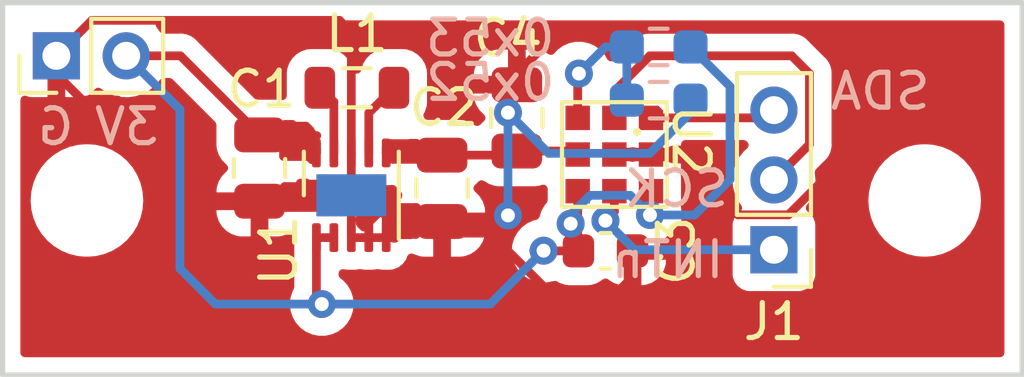
<source format=kicad_pcb>
(kicad_pcb (version 20211014) (generator pcbnew)
  (layers (0 "F.Cu" signal) (31 "B.Cu" signal) (34 "B.Paste" user) (35 "F.Paste" user) (36 "B.SilkS" user "B.Silkscreen") (37 "F.SilkS" user "F.Silkscreen") (38 "B.Mask" user) (39 "F.Mask" user) (44 "Edge.Cuts" user))
  (net 0 "")
  (net 1 "+3.3V")
  (net 2 "GND")
  (net 3 "+1V8")
  (net 4 "INTn")
  (net 5 "SCK")
  (net 6 "SDA")
  (net 7 "Net-(L1-Pad1)")
  (net 8 "Net-(L1-Pad2)")
  (net 9 "Net-(R1/0x53-Pad1)")
  (footprint "MountingHole:MountingHole_2.2mm_M2" (layer "F.Cu") (at 124.336 94.568)
    (fp_text reference "H1" hide)
    (fp_text value "MountingHole" hide)
    (pad "" np_thru_hole circle (at 0 0) (size 2.2 2.2) (drill 2.2) (layers *.Cu *.Mask))
  )
  (footprint "Connector_PinHeader_2.00mm:PinHeader_1x02_P2.00mm_Vertical" (layer "F.Cu") (at 123.46 90.424 90)
    (fp_text reference "J2" hide)
    (fp_text value "Power" hide)
    (fp_line (start 1.06 1) (end 1.06 3.06) (layer "F.SilkS") (width 0.12))
    (fp_line (start -1.06 0) (end -1.06 -1.06) (layer "F.SilkS") (width 0.12))
    (fp_line (start -1.06 -1.06) (end 0 -1.06) (layer "F.SilkS") (width 0.12))
    (fp_line (start -1.06 1) (end 1.06 1) (layer "F.SilkS") (width 0.12))
    (fp_line (start -1.06 1) (end -1.06 3.06) (layer "F.SilkS") (width 0.12))
    (fp_line (start -1.06 3.06) (end 1.06 3.06) (layer "F.SilkS") (width 0.12))
    (pad "1" thru_hole rect (at 0 0 90) (size 1.35 1.35) (drill 0.8) (layers *.Cu *.Mask) (net 2 "GND"))
    (pad "2" thru_hole oval (at 0 2 90) (size 1.35 1.35) (drill 0.8) (layers *.Cu *.Mask) (net 1 "+3.3V"))
  )
  (footprint "Package_SON:WSON-10-1EP_2.5x2.5mm_P0.5mm_EP1.2x2mm_ThermalVias" (layer "F.Cu") (at 131.91 94.42 90)
    (fp_text reference "U1" (at -1.58 -2.08 90) (layer "F.SilkS"))
    (fp_text value "TPS63900" hide)
    (fp_line (start 0 -1.36) (end 1.25 -1.36) (layer "F.SilkS") (width 0.12))
    (fp_line (start -1.25 1.36) (end 1.25 1.36) (layer "F.SilkS") (width 0.12))
    (pad "1" smd roundrect (at -1.2125 -1 90) (size 0.825 0.25) (layers "F.Cu" "F.Paste" "F.Mask") (net 1 "+3.3V"))
    (pad "2" smd roundrect (at -1.2125 -0.5 90) (size 0.825 0.25) (layers "F.Cu" "F.Paste" "F.Mask") (net 1 "+3.3V"))
    (pad "3" smd roundrect (at -1.2125 0 90) (size 0.825 0.25) (layers "F.Cu" "F.Paste" "F.Mask") (net 2 "GND"))
    (pad "4" smd roundrect (at -1.2125 0.5 90) (size 0.825 0.25) (layers "F.Cu" "F.Paste" "F.Mask") (net 2 "GND"))
    (pad "5" smd roundrect (at -1.2125 1 90) (size 0.825 0.25) (layers "F.Cu" "F.Paste" "F.Mask") (net 2 "GND"))
    (pad "6" smd roundrect (at 1.2125 1 90) (size 0.825 0.25) (layers "F.Cu" "F.Paste" "F.Mask") (net 3 "+1V8"))
    (pad "7" smd roundrect (at 1.2125 0.5 90) (size 0.825 0.25) (layers "F.Cu" "F.Paste" "F.Mask") (net 8 "Net-(L1-Pad2)"))
    (pad "8" smd roundrect (at 1.2125 0 90) (size 0.825 0.25) (layers "F.Cu" "F.Paste" "F.Mask") (net 2 "GND"))
    (pad "9" smd roundrect (at 1.2125 -0.5 90) (size 0.825 0.25) (layers "F.Cu" "F.Paste" "F.Mask") (net 7 "Net-(L1-Pad1)"))
    (pad "10" smd roundrect (at 1.2125 -1 90) (size 0.825 0.25) (layers "F.Cu" "F.Paste" "F.Mask") (net 1 "+3.3V"))
    (pad "11" smd circle (at 0.35 0 90) (size 0.5 0.5) (layers "F.Cu" "F.Paste" "F.Mask") (net 2 "GND"))
    (pad "11" smd circle (at 0.35 0.75 90) (size 0.5 0.5) (layers "F.Cu" "F.Paste" "F.Mask") (net 2 "GND"))
    (pad "11" smd rect (at 0 0 90) (size 1.2 2) (layers "F.Cu" "F.Mask") (net 2 "GND"))
    (pad "11" smd rect (at 0 0 90) (size 1.2 2) (layers "B.Cu") (net 2 "GND"))
    (pad "11" smd circle (at 0.35 -0.75 90) (size 0.5 0.5) (layers "F.Cu" "F.Paste" "F.Mask") (net 2 "GND"))
    (pad "11" smd circle (at -0.35 0.75 90) (size 0.5 0.5) (layers "F.Cu" "F.Paste" "F.Mask") (net 2 "GND"))
    (pad "11" smd circle (at -0.35 0 90) (size 0.5 0.5) (layers "F.Cu" "F.Paste" "F.Mask") (net 2 "GND"))
    (pad "11" smd circle (at -0.35 -0.75 90) (size 0.5 0.5) (layers "F.Cu" "F.Paste" "F.Mask") (net 2 "GND"))
  )
  (footprint "Capacitor_SMD:C_0603_1608Metric" (layer "F.Cu") (at 139.192 96.012)
    (fp_text reference "C3" (at 2.032 0 90) (layer "F.SilkS"))
    (fp_text value "100nF" hide)
    (fp_line (start -0.14058 0.51) (end 0.14058 0.51) (layer "F.SilkS") (width 0.12))
    (fp_line (start -0.14058 -0.51) (end 0.14058 -0.51) (layer "F.SilkS") (width 0.12))
    (pad "1" smd roundrect (at -0.775 0) (size 0.9 0.95) (layers "F.Cu" "F.Paste" "F.Mask") (net 1 "+3.3V"))
    (pad "2" smd roundrect (at 0.775 0) (size 0.9 0.95) (layers "F.Cu" "F.Paste" "F.Mask") (net 2 "GND"))
  )
  (footprint "Connector_PinHeader_2.00mm:PinHeader_1x03_P2.00mm_Vertical" (layer "F.Cu") (at 144.018 95.98 180)
    (fp_text reference "J1" (at 0 -2.06) (layer "F.SilkS"))
    (fp_text value "Data")
    (fp_line (start -1.06 1) (end -1.06 5.06) (layer "F.SilkS") (width 0.12))
    (fp_line (start -1.06 5.06) (end 1.06 5.06) (layer "F.SilkS") (width 0.12))
    (fp_line (start -1.06 0) (end -1.06 -1.06) (layer "F.SilkS") (width 0.12))
    (fp_line (start 1.06 1) (end 1.06 5.06) (layer "F.SilkS") (width 0.12))
    (fp_line (start -1.06 1) (end 1.06 1) (layer "F.SilkS") (width 0.12))
    (fp_line (start -1.06 -1.06) (end 0 -1.06) (layer "F.SilkS") (width 0.12))
    (pad "1" thru_hole rect (at 0 0 180) (size 1.35 1.35) (drill 0.8) (layers *.Cu *.Mask) (net 4 "INTn"))
    (pad "2" thru_hole oval (at 0 2 180) (size 1.35 1.35) (drill 0.8) (layers *.Cu *.Mask) (net 5 "SCK"))
    (pad "3" thru_hole oval (at 0 4 180) (size 1.35 1.35) (drill 0.8) (layers *.Cu *.Mask) (net 6 "SDA"))
  )
  (footprint "MountingHole:MountingHole_2.2mm_M2" (layer "F.Cu") (at 148.336 94.568)
    (fp_text reference "H2" hide)
    (fp_text value "MountingHole" hide)
    (pad "" np_thru_hole circle (at 0 0) (size 2.2 2.2) (drill 2.2) (layers *.Cu *.Mask))
  )
  (footprint "Capacitor_SMD:C_0805_2012Metric" (layer "F.Cu") (at 134.51 94.22 -90)
    (fp_text reference "C2" (at -2.31 -0.05 180) (layer "F.SilkS"))
    (fp_text value "22µF" hide)
    (fp_line (start -0.261252 -0.735) (end 0.261252 -0.735) (layer "F.SilkS") (width 0.12))
    (fp_line (start -0.261252 0.735) (end 0.261252 0.735) (layer "F.SilkS") (width 0.12))
    (pad "1" smd roundrect (at -0.95 0 270) (size 1 1.45) (layers "F.Cu" "F.Paste" "F.Mask") (net 3 "+1V8"))
    (pad "2" smd roundrect (at 0.95 0 270) (size 1 1.45) (layers "F.Cu" "F.Paste" "F.Mask") (net 2 "GND"))
  )
  (footprint "Capacitor_SMD:C_0805_2012Metric" (layer "F.Cu") (at 129.28 93.64 -90)
    (fp_text reference "C1" (at -2.26 -0.06 180) (layer "F.SilkS"))
    (fp_text value "10µF" hide)
    (fp_line (start -0.261252 0.735) (end 0.261252 0.735) (layer "F.SilkS") (width 0.12))
    (fp_line (start -0.261252 -0.735) (end 0.261252 -0.735) (layer "F.SilkS") (width 0.12))
    (pad "1" smd roundrect (at -0.95 0 270) (size 1 1.45) (layers "F.Cu" "F.Paste" "F.Mask") (net 1 "+3.3V"))
    (pad "2" smd roundrect (at 0.95 0 270) (size 1 1.45) (layers "F.Cu" "F.Paste" "F.Mask") (net 2 "GND"))
  )
  (footprint "Inductor_SMD:L_0805_2012Metric" (layer "F.Cu") (at 132.07 91.34)
    (fp_text reference "L1" (at 0 -1.55) (layer "F.SilkS"))
    (fp_text value "2.2µH" hide)
    (fp_line (start -0.399622 -0.56) (end 0.399622 -0.56) (layer "F.SilkS") (width 0.12))
    (fp_line (start -0.399622 0.56) (end 0.399622 0.56) (layer "F.SilkS") (width 0.12))
    (pad "1" smd roundrect (at -1.0625 0) (size 0.875 1.2) (layers "F.Cu" "F.Paste" "F.Mask") (net 7 "Net-(L1-Pad1)"))
    (pad "2" smd roundrect (at 1.0625 0) (size 0.875 1.2) (layers "F.Cu" "F.Paste" "F.Mask") (net 8 "Net-(L1-Pad2)"))
  )
  (footprint "Capacitor_SMD:C_0805_2012Metric" (layer "F.Cu") (at 136.652 92.202 90)
    (fp_text reference "C4" (at 2.286 -0.254) (layer "F.SilkS"))
    (fp_text value "10µF" hide)
    (fp_line (start -0.261252 0.735) (end 0.261252 0.735) (layer "F.SilkS") (width 0.12))
    (fp_line (start -0.261252 -0.735) (end 0.261252 -0.735) (layer "F.SilkS") (width 0.12))
    (pad "1" smd roundrect (at -0.95 0 90) (size 1 1.45) (layers "F.Cu" "F.Paste" "F.Mask") (net 3 "+1V8"))
    (pad "2" smd roundrect (at 0.95 0 90) (size 1 1.45) (layers "F.Cu" "F.Paste" "F.Mask") (net 2 "GND"))
  )
  (footprint "ENS160:ENS160" (layer "F.Cu") (at 139.446 93.252 -90)
    (fp_text reference "U2" (at -0.4 -2.2 -90 unlocked) (layer "F.SilkS"))
    (fp_text value "ENS160" hide)
    (fp_rect (start -1.5 -1.5) (end 1.5 1.5) (layer "F.SilkS") (width 0.12) (fill none))
    (fp_circle (center -0.65 -0.65) (end -0.65 -0.65) (layer "F.SilkS") (width 0.12) (fill none))
    (pad "1" smd roundrect (at -1.05 -1.05 270) (size 0.7 0.7) (layers "F.Cu" "F.Paste" "F.Mask") (roundrect_rratio 0) (chamfer_ratio 0.2) (chamfer top_left) (net 6 "SDA"))
    (pad "2" smd rect (at -1.05 0 270) (size 0.7 0.7) (layers "F.Cu" "F.Paste" "F.Mask") (net 5 "SCK"))
    (pad "3" smd rect (at -1.05 1.05 270) (size 0.7 0.7) (layers "F.Cu" "F.Paste" "F.Mask") (net 9 "Net-(R1/0x53-Pad1)"))
    (pad "4" smd rect (at 0 1.05 270) (size 0.7 0.7) (layers "F.Cu" "F.Paste" "F.Mask") (net 3 "+1V8"))
    (pad "5" smd rect (at 1.05 1.05 270) (size 0.7 0.7) (layers "F.Cu" "F.Paste" "F.Mask") (net 1 "+3.3V"))
    (pad "6" smd rect (at 1.05 0 270) (size 0.7 0.7) (layers "F.Cu" "F.Paste" "F.Mask") (net 4 "INTn"))
    (pad "7" smd rect (at 1.05 -1.05 270) (size 0.7 0.7) (layers "F.Cu" "F.Paste" "F.Mask") (net 1 "+3.3V"))
    (pad "8" smd rect (at 0 -1.05 270) (size 0.7 0.7) (layers "F.Cu" "F.Paste" "F.Mask") (net 2 "GND"))
    (pad "9" smd rect (at 0 0 270) (size 0.7 0.7) (layers "F.Cu" "F.Paste" "F.Mask") (net 2 "GND"))
  )
  (footprint "Resistor_SMD:R_0603_1608Metric_Pad0.98x0.95mm_HandSolder" (layer "B.Cu") (at 140.716 90.17)
    (fp_text reference "R1/0x53" hide)
    (fp_text value "0" hide)
    (fp_line (start -0.254724 -0.5225) (end 0.254724 -0.5225) (layer "B.SilkS") (width 0.12))
    (fp_line (start -0.254724 0.5225) (end 0.254724 0.5225) (layer "B.SilkS") (width 0.12))
    (pad "1" smd roundrect (at -0.9125 0) (size 0.975 0.95) (layers "B.Cu" "B.Paste" "B.Mask") (net 9 "Net-(R1/0x53-Pad1)"))
    (pad "2" smd roundrect (at 0.9125 0) (size 0.975 0.95) (layers "B.Cu" "B.Paste" "B.Mask") (net 1 "+3.3V"))
  )
  (footprint "Resistor_SMD:R_0603_1608Metric_Pad0.98x0.95mm_HandSolder" (layer "B.Cu") (at 140.716 91.694)
    (fp_text reference "R2/0x52" hide)
    (fp_text value "0" hide)
    (fp_line (start -0.254724 0.5225) (end 0.254724 0.5225) (layer "B.SilkS") (width 0.12))
    (fp_line (start -0.254724 -0.5225) (end 0.254724 -0.5225) (layer "B.SilkS") (width 0.12))
    (pad "1" smd roundrect (at -0.9125 0) (size 0.975 0.95) (layers "B.Cu" "B.Paste" "B.Mask") (net 9 "Net-(R1/0x53-Pad1)"))
    (pad "2" smd roundrect (at 0.9125 0) (size 0.975 0.95) (layers "B.Cu" "B.Paste" "B.Mask") (net 2 "GND"))
  )
  (gr_rect (start 121.92 88.9) (end 151.13 99.568) (layer "Edge.Cuts") (width 0.15) (fill none))
  (gr_text "0x52" (at 135.89 91.186) (layer "B.SilkS") (effects (font (size 1 1)) (justify mirror)))
  (gr_text "INTn" (at 140.97 96.266) (layer "B.SilkS") (effects (font (size 1 1)) (justify mirror)))
  (gr_text "3V" (at 125.476 92.456) (layer "B.SilkS") (effects (font (size 1 1)) (justify mirror)))
  (gr_text "G" (at 123.444 92.456) (layer "B.SilkS") (effects (font (size 1 1)) (justify mirror)))
  (gr_text "0x53" (at 135.89 89.916) (layer "B.SilkS") (effects (font (size 1 1)) (justify mirror)))
  (gr_text "SDA" (at 147.066 91.44) (layer "B.SilkS") (effects (font (size 1 1)) (justify mirror)))
  (gr_text "SCK" (at 141.224 94.234) (layer "B.SilkS") (effects (font (size 1 1)) (justify mirror)))
  (segment (start 130.91 93.2075) (end 130.91 93.1) (width 0.25) (layer "F.Cu") (net 1))
  (segment (start 129.66 92.69) (end 129.98 93.01) (width 0.25) (layer "F.Cu") (net 1))
  (segment (start 130.455 92.645) (end 130.32 92.51) (width 0.25) (layer "F.Cu") (net 1))
  (segment (start 138.194332 95.233796) (end 138.194332 95.789332) (width 0.25) (layer "F.Cu") (net 1))
  (segment (start 129.97 93.3) (end 129.98 93.31) (width 0.25) (layer "F.Cu") (net 1))
  (segment (start 129.28 92.69) (end 127.014 90.424) (width 0.25) (layer "F.Cu") (net 1))
  (segment (start 129.93 92.69) (end 130.07 92.55) (width 0.25) (layer "F.Cu") (net 1))
  (segment (start 140.496 94.302) (end 140.496 94.954484) (width 0.25) (layer "F.Cu") (net 1))
  (segment (start 138.417 96.012) (end 137.422598 96.012) (width 0.25) (layer "F.Cu") (net 1))
  (segment (start 129.87 92.69) (end 130.04 92.86) (width 0.25) (layer "F.Cu") (net 1))
  (segment (start 130.75 92.78) (end 130.47 92.78) (width 0.25) (layer "F.Cu") (net 1))
  (segment (start 140.496 94.954484) (end 140.466092 94.984392) (width 0.25) (layer "F.Cu") (net 1))
  (segment (start 130.61 92.44) (end 130.73 92.56) (width 0.25) (layer "F.Cu") (net 1))
  (segment (start 130.25 92.67) (end 130.43 92.67) (width 0.25) (layer "F.Cu") (net 1))
  (segment (start 130.8 92.99) (end 130.1 92.99) (width 0.25) (layer "F.Cu") (net 1))
  (segment (start 130.91 93.2075) (end 130.91 92.94) (width 0.25) (layer "F.Cu") (net 1))
  (segment (start 130.01 92.39) (end 130.22 92.39) (width 0.25) (layer "F.Cu") (net 1))
  (segment (start 130.07 92.55) (end 130.13 92.55) (width 0.25) (layer "F.Cu") (net 1))
  (segment (start 138.194332 95.789332) (end 138.417 96.012) (width 0.25) (layer "F.Cu") (net 1))
  (segment (start 129.28 92.69) (end 129.87 92.69) (width 0.25) (layer "F.Cu") (net 1))
  (segment (start 130.32 92.51) (end 130.3 92.51) (width 0.25) (layer "F.Cu") (net 1))
  (segment (start 130.51 92.59) (end 130.73 92.59) (width 0.25) (layer "F.Cu") (net 1))
  (segment (start 130.91 95.6325) (end 130.91 97.382) (width 0.25) (layer "F.Cu") (net 1))
  (segment (start 129.28 92.69) (end 129.66 92.69) (width 0.25) (layer "F.Cu") (net 1))
  (segment (start 130.22 92.39) (end 130.27 92.44) (width 0.25) (layer "F.Cu") (net 1))
  (segment (start 130.91 92.94) (end 130.75 92.78) (width 0.25) (layer "F.Cu") (net 1))
  (segment (start 127.014 90.424) (end 125.46 90.424) (width 0.25) (layer "F.Cu") (net 1))
  (segment (start 130.91 93.1) (end 130.8 92.99) (width 0.25) (layer "F.Cu") (net 1))
  (segment (start 130.27 92.44) (end 130.61 92.44) (width 0.25) (layer "F.Cu") (net 1))
  (segment (start 130.63 93.17) (end 129.97 93.17) (width 0.25) (layer "F.Cu") (net 1))
  (segment (start 137.422598 96.012) (end 137.418299 96.007701) (width 0.25) (layer "F.Cu") (net 1))
  (segment (start 129.71 92.69) (end 130.01 92.39) (width 0.25) (layer "F.Cu") (net 1))
  (segment (start 129.28 92.69) (end 129.93 92.69) (width 0.25) (layer "F.Cu") (net 1))
  (segment (start 130.91 97.382) (end 131.064 97.536) (width 0.25) (layer "F.Cu") (net 1))
  (segment (start 138.396 94.302) (end 138.396 95.991) (width 0.25) (layer "F.Cu") (net 1))
  (segment (start 130.69 93.31) (end 130.78 93.4) (width 0.25) (layer "F.Cu") (net 1))
  (segment (start 130.04 92.69) (end 130.19 92.84) (width 0.25) (layer "F.Cu") (net 1))
  (segment (start 129.28 92.69) (end 129.71 92.69) (width 0.25) (layer "F.Cu") (net 1))
  (segment (start 129.97 93.17) (end 129.97 93.3) (width 0.25) (layer "F.Cu") (net 1))
  (segment (start 130.73 92.59) (end 130.85 92.71) (width 0.25) (layer "F.Cu") (net 1))
  (segment (start 129.23 92.74) (end 129.28 92.69) (width 0.25) (layer "F.Cu") (net 1))
  (segment (start 130.73 92.56) (end 130.73 92.59) (width 0.25) (layer "F.Cu") (net 1))
  (segment (start 130.85 92.71) (end 130.92 92.71) (width 0.25) (layer "F.Cu") (net 1))
  (segment (start 138.396 95.991) (end 138.417 96.012) (width 0.25) (layer "F.Cu") (net 1))
  (segment (start 130.13 92.55) (end 130.25 92.67) (width 0.25) (layer "F.Cu") (net 1))
  (segment (start 130.91 93.2075) (end 130.6675 93.2075) (width 0.25) (layer "F.Cu") (net 1))
  (segment (start 129.98 93.31) (end 130.69 93.31) (width 0.25) (layer "F.Cu") (net 1))
  (segment (start 130.43 92.67) (end 130.455 92.645) (width 0.25) (layer "F.Cu") (net 1))
  (segment (start 130.455 92.645) (end 130.51 92.59) (width 0.25) (layer "F.Cu") (net 1))
  (segment (start 129.28 92.69) (end 130.04 92.69) (width 0.25) (layer "F.Cu") (net 1))
  (segment (start 130.41 92.84) (end 130.19 92.84) (width 0.25) (layer "F.Cu") (net 1))
  (segment (start 130.91 95.6325) (end 131.41 95.6325) (width 0.25) (layer "F.Cu") (net 1))
  (segment (start 130.47 92.78) (end 130.41 92.84) (width 0.25) (layer "F.Cu") (net 1))
  (segment (start 130.6675 93.2075) (end 130.63 93.17) (width 0.25) (layer "F.Cu") (net 1))
  (via (at 137.418299 96.007701) (size 0.8) (drill 0.4) (layers "F.Cu" "B.Cu") (net 1))
  (via (at 131.064 97.536) (size 0.8) (drill 0.4) (layers "F.Cu" "B.Cu") (net 1))
  (via (at 138.194332 95.233796) (size 0.8) (drill 0.4) (layers "F.Cu" "B.Cu") (net 1))
  (via (at 140.466092 94.984392) (size 0.8) (drill 0.4) (layers "F.Cu" "B.Cu") (net 1))
  (segment (start 127 96.52) (end 128.016 97.536) (width 0.25) (layer "B.Cu") (net 1))
  (segment (start 140.466092 94.984392) (end 139.902636 94.420936) (width 0.25) (layer "B.Cu") (net 1))
  (segment (start 140.466092 94.984392) (end 141.743608 94.984392) (width 0.25) (layer "B.Cu") (net 1))
  (segment (start 137.418299 96.007701) (end 137.132299 96.007701) (width 0.25) (layer "B.Cu") (net 1))
  (segment (start 142.758857 91.300357) (end 141.6285 90.17) (width 0.25) (layer "B.Cu") (net 1))
  (segment (start 138.751064 94.420936) (end 138.194332 94.977668) (width 0.25) (layer "B.Cu") (net 1))
  (segment (start 125.46 90.424) (end 127 91.964) (width 0.25) (layer "B.Cu") (net 1))
  (segment (start 128.016 97.536) (end 131.064 97.536) (width 0.25) (layer "B.Cu") (net 1))
  (segment (start 127 91.964) (end 127 96.52) (width 0.25) (layer "B.Cu") (net 1))
  (segment (start 141.743608 94.984392) (end 142.758857 93.969143) (width 0.25) (layer "B.Cu") (net 1))
  (segment (start 135.89 97.536) (end 137.418299 96.007701) (width 0.25) (layer "B.Cu") (net 1))
  (segment (start 131.064 97.536) (end 135.89 97.536) (width 0.25) (layer "B.Cu") (net 1))
  (segment (start 138.194332 94.977668) (end 138.194332 95.233796) (width 0.25) (layer "B.Cu") (net 1))
  (segment (start 142.758857 93.969143) (end 142.758857 91.300357) (width 0.25) (layer "B.Cu") (net 1))
  (segment (start 139.902636 94.420936) (end 138.751064 94.420936) (width 0.25) (layer "B.Cu") (net 1))
  (segment (start 130.46 94.41) (end 130.41 94.36) (width 0.25) (layer "F.Cu") (net 2))
  (segment (start 131.91 93.2075) (end 131.91 94.42) (width 0.25) (layer "F.Cu") (net 2))
  (segment (start 131.91 95.6325) (end 131.91 94.42) (width 0.25) (layer "F.Cu") (net 2))
  (segment (start 133.61 95.39) (end 133.4 95.39) (width 0.25) (layer "F.Cu") (net 2))
  (segment (start 133.05 94.77) (end 133.05 95.04) (width 0.25) (layer "F.Cu") (net 2))
  (segment (start 132.41 94.92) (end 131.91 94.42) (width 0.25) (layer "F.Cu") (net 2))
  (segment (start 135.89 95.504) (end 136.144 95.758) (width 0.25) (layer "F.Cu") (net 2))
  (segment (start 130.8 94.58) (end 130.91 94.47) (width 0.25) (layer "F.Cu") (net 2))
  (segment (start 136.398 95.504) (end 136.398 94.996) (width 0.25) (layer "F.Cu") (net 2))
  (segment (start 133.1025 95.6325) (end 133.12 95.65) (width 0.25) (layer "F.Cu") (net 2))
  (segment (start 141.605 93.599) (end 141.258 93.252) (width 0.25) (layer "F.Cu") (net 2))
  (segment (start 130 94.17) (end 130.51 94.17) (width 0.25) (layer "F.Cu") (net 2))
  (segment (start 136.271 95.885) (end 136.398 95.758) (width 0.25) (layer "F.Cu") (net 2))
  (segment (start 133.77 94.77) (end 133.24 94.77) (width 0.25) (layer "F.Cu") (net 2))
  (segment (start 134.51 95.17) (end 133.3725 95.17) (width 0.25) (layer "F.Cu") (net 2))
  (segment (start 124.206 91.694) (end 123.46 90.948) (width 0.25) (layer "F.Cu") (net 2))
  (segment (start 130.62 94.07) (end 130.75 94.2) (width 0.25) (layer "F.Cu") (net 2))
  (segment (start 133.07 95.06) (end 133.05 95.08) (width 0.25) (layer "F.Cu") (net 2))
  (segment (start 134.51 95.17) (end 133.77 95.17) (width 0.25) (layer "F.Cu") (net 2))
  (segment (start 136.224 95.17) (end 136.398 94.996) (width 0.25) (layer "F.Cu") (net 2))
  (segment (start 135.382 95.504) (end 135.89 95.504) (width 0.25) (layer "F.Cu") (net 2))
  (segment (start 136.398 91.506) (end 136.652 91.252) (width 0.25) (layer "F.Cu") (net 2))
  (segment (start 139.446 93.252) (end 140.496 93.252) (width 0.25) (layer "F.Cu") (net 2))
  (segment (start 129.46 94.77) (end 129.28 94.59) (width 0.25) (layer "F.Cu") (net 2))
  (segment (start 139.446 97.282) (end 137.668 97.282) (width 0.25) (layer "F.Cu") (net 2))
  (segment (start 133.58 95.36) (end 133.61 95.39) (width 0.25) (layer "F.Cu") (net 2))
  (segment (start 137.922 89.662) (end 145.288 89.662) (width 0.25) (layer "F.Cu") (net 2))
  (segment (start 136.652 90.932) (end 137.922 89.662) (width 0.25) (layer "F.Cu") (net 2))
  (segment (start 131.572 89.408) (end 124.476 89.408) (width 0.25) (layer "F.Cu") (net 2))
  (segment (start 132.91 95.02) (end 132.66 94.77) (width 0.25) (layer "F.Cu") (net 2))
  (segment (start 133.8 94.8) (end 133.77 94.77) (width 0.25) (layer "F.Cu") (net 2))
  (segment (start 137.668 97.282) (end 136.271 95.885) (width 0.25) (layer "F.Cu") (net 2))
  (segment (start 133.77 95.17) (end 133.67 95.27) (width 0.25) (layer "F.Cu") (net 2))
  (segment (start 133.12 95.65) (end 133.16 95.65) (width 0.25) (layer "F.Cu") (net 2))
  (segment (start 130.51 94.17) (end 130.59 94.25) (width 0.25) (layer "F.Cu") (net 2))
  (segment (start 130.75 94.2) (end 130.75 94.36) (width 0.25) (layer "F.Cu") (net 2))
  (segment (start 129.28 94.59) (end 128.118 94.59) (width 0.25) (layer "F.Cu") (net 2))
  (segment (start 130.04 94.56) (end 130.4 94.56) (width 0.25) (layer "F.Cu") (net 2))
  (segment (start 133.59 95.55) (end 133.6 95.54) (width 0.25) (layer "F.Cu") (net 2))
  (segment (start 133.23 95.05) (end 133.23 94.93) (width 0.25) (layer "F.Cu") (net 2))
  (segment (start 145.288 89.662) (end 146.558 90.932) (width 0.25) (layer "F.Cu") (net 2))
  (segment (start 146.558 92.854214) (end 144.432214 94.98) (width 0.25) (layer "F.Cu") (net 2))
  (segment (start 133.05 94.77) (end 132.93 94.77) (width 0.25) (layer "F.Cu") (net 2))
  (segment (start 132.41 95.6325) (end 132.41 94.92) (width 0.25) (layer "F.Cu") (net 2))
  (segment (start 134.51 95.17) (end 133.59 95.17) (width 0.25) (layer "F.Cu") (net 2))
  (segment (start 139.967 96.012) (end 140.716 96.012) (width 0.25) (layer "F.Cu") (net 2))
  (segment (start 140.716 96.012) (end 141.732 94.996) (width 0.25) (layer "F.Cu") (net 2))
  (segment (start 139.967 96.761) (end 139.446 97.282) (width 0.25) (layer "F.Cu") (net 2))
  (segment (start 130.45 94.07) (end 130.62 94.07) (width 0.25) (layer "F.Cu") (net 2))
  (segment (start 130.7 94.41) (end 130.46 94.41) (width 0.25) (layer "F.Cu") (net 2))
  (segment (start 130.87 94.1) (end 130.65 94.1) (width 0.25) (layer "F.Cu") (net 2))
  (segment (start 125.222 91.694) (end 124.206 91.694) (width 0.25) (layer "F.Cu") (net 2))
  (segment (start 141.732 93.726) (end 141.605 93.599) (width 0.25) (layer "F.Cu") (net 2))
  (segment (start 130.41 94.36) (end 130.06 94.36) (width 0.25) (layer "F.Cu") (net 2))
  (segment (start 130.91 94.47) (end 130.91 94.14) (width 0.25) (layer "F.Cu") (net 2))
  (segment (start 136.144 95.504) (end 136.144 95.25) (width 0.25) (layer "F.Cu") (net 2))
  (segment (start 141.732 94.996) (end 141.732 93.726) (width 0.25) (layer "F.Cu") (net 2))
  (segment (start 136.398 92.0525) (end 136.398 91.506) (width 0.25) (layer "F.Cu") (net 2))
  (segment (start 133.76 95.54) (end 133.67 95.45) (width 0.25) (layer "F.Cu") (net 2))
  (segment (start 133.24 94.77) (end 133.23 94.76) (width 0.25) (layer "F.Cu") (net 2))
  (segment (start 133.26 95.55) (end 133.59 95.55) (width 0.25) (layer "F.Cu") (net 2))
  (segment (start 129.58 94.59) (end 130 94.17) (width 0.25) (layer "F.Cu") (net 2))
  (segment (start 135.382 95.504) (end 135.382 95.25) (width 0.25) (layer "F.Cu") (net 2))
  (segment (start 133.76 94.99) (end 133.8 94.95) (width 0.25) (layer "F.Cu") (net 2))
  (segment (start 129.28 94.59) (end 129.58 94.59) (width 0.25) (layer "F.Cu") (net 2))
  (segment (start 135.382 95.25) (end 135.89 95.25) (width 0.25) (layer "F.Cu") (net 2))
  (segment (start 133.6 95.54) (end 133.76 95.54) (width 0.25) (layer "F.Cu") (net 2))
  (segment (start 136.398 94.996) (end 135.89 95.504) (width 0.25) (layer "F.Cu") (net 2))
  (segment (start 132.91 95.6325) (end 133.1025 95.6325) (width 0.25) (layer "F.Cu") (net 2))
  (segment (start 123.46 90.948) (end 123.46 90.424) (width 0.25) (layer "F.Cu") (net 2))
  (segment (start 135.89 95.504) (end 136.144 95.504) (width 0.25) (layer "F.Cu") (net 2))
  (segment (start 136.398 95.758) (end 136.398 95.504) (width 0.25) (layer "F.Cu") (net 2))
  (segment (start 134.51 95.17) (end 136.224 95.17) (width 0.25) (layer "F.Cu") (net 2))
  (segment (start 133.59 95.17) (end 133.41 94.99) (width 0.25) (layer "F.Cu") (net 2))
  (segment (start 130.01 94.59) (end 130.04 94.56) (width 0.25) (layer "F.Cu") (net 2))
  (segment (start 136.398 95.758) (end 136.144 95.758) (width 0.25) (layer "F.Cu") (net 2))
  (segment (start 142.986 94.98) (end 141.605 93.599) (width 0.25) (layer "F.Cu") (net 2))
  (segment (start 133.05 95.23) (end 133.23 95.05) (width 0.25) (layer "F.Cu") (net 2))
  (segment (start 128.118 94.59) (end 125.222 91.694) (width 0.25) (layer "F.Cu") (net 2))
  (segment (start 133.67 95.45) (end 133.67 95.27) (width 0.25) (layer "F.Cu") (net 2))
  (segment (start 131.91 93.2075) (end 131.91 89.746) (width 0.25) (layer "F.Cu") (net 2))
  (segment (start 129.28 94.59) (end 130.01 94.59) (width 0.25) (layer "F.Cu") (net 2))
  (segment (start 130.4 94.56) (end 130.42 94.58) (width 0.25) (layer "F.Cu") (net 2))
  (segment (start 141.258 93.252) (end 140.496 93.252) (width 0.25) (layer "F.Cu") (net 2))
  (segment (start 146.558 90.932) (end 146.558 92.854214) (width 0.25) (layer "F.Cu") (net 2))
  (segment (start 130.91 94.14) (end 130.87 94.1) (width 0.25) (layer "F.Cu") (net 2))
  (segment (start 139.967 96.012) (end 139.967 96.761) (width 0.25) (layer "F.Cu") (net 2))
  (segment (start 130.42 94.58) (end 130.8 94.58) (width 0.25) (layer "F.Cu") (net 2))
  (segment (start 133.3725 95.17) (end 132.91 95.6325) (width 0.25) (layer "F.Cu") (net 2))
  (segment (start 136.652 91.252) (end 136.652 90.932) (width 0.25) (layer "F.Cu") (net 2))
  (segment (start 133.41 94.99) (end 133.76 94.99) (width 0.25) (layer "F.Cu") (net 2))
  (segment (start 133.06 94.76) (end 133.05 94.77) (width 0.25) (layer "F.Cu") (net 2))
  (segment (start 132.91 95.6325) (end 132.91 95.02) (width 0.25) (layer "F.Cu") (net 2))
  (segment (start 132.91 95.6325) (end 131.91 95.6325) (width 0.25) (layer "F.Cu") (net 2))
  (segment (start 144.432214 94.98) (end 142.986 94.98) (width 0.25) (layer "F.Cu") (net 2))
  (segment (start 132.93 94.77) (end 132.92 94.76) (width 0.25) (layer "F.Cu") (net 2))
  (segment (start 134.51 95.17) (end 135.048 95.17) (width 0.25) (layer "F.Cu") (net 2))
  (segment (start 133.05 95.04) (end 133.07 95.06) (width 0.25) (layer "F.Cu") (net 2))
  (segment (start 136.398 95.504) (end 136.144 95.504) (width 0.25) (layer "F.Cu") (net 2))
  (segment (start 131.91 89.746) (end 131.572 89.408) (width 0.25) (layer "F.Cu") (net 2))
  (segment (start 133.23 94.76) (end 133.06 94.76) (width 0.25) (layer "F.Cu") (net 2))
  (segment (start 135.048 95.17) (end 135.382 95.504) (width 0.25) (layer "F.Cu") (net 2))
  (segment (start 131.16 94.77) (end 129.46 94.77) (width 0.25) (layer "F.Cu") (net 2))
  (segment (start 133.16 95.65) (end 133.26 95.55) (width 0.25) (layer "F.Cu") (net 2))
  (segment (start 135.382 95.504) (end 135.128 95.504) (width 0.25) (layer "F.Cu") (net 2))
  (segment (start 124.476 89.408) (end 123.46 90.424) (width 0.25) (layer "F.Cu") (net 2))
  (segment (start 133.76 95.54) (end 133.77 95.53) (width 0.25) (layer "F.Cu") (net 2))
  (segment (start 130.62 94.07) (end 130.65 94.1) (width 0.25) (layer "F.Cu") (net 2))
  (segment (start 133.67 95.27) (end 133.58 95.36) (width 0.25) (layer "F.Cu") (net 2))
  (segment (start 130.75 94.36) (end 130.7 94.41) (width 0.25) (layer "F.Cu") (net 2))
  (segment (start 133.05 95.08) (end 133.05 95.23) (width 0.25) (layer "F.Cu") (net 2))
  (segment (start 133.8 94.95) (end 133.8 94.8) (width 0.25) (layer "F.Cu") (net 2))
  (via (at 136.398 94.996) (size 0.8) (drill 0.4) (layers "F.Cu" "B.Cu") (net 2))
  (via (at 136.398 92.0525) (size 0.8) (drill 0.4) (layers "F.Cu" "B.Cu") (net 2))
  (segment (start 140.462 93.218) (end 137.5635 93.218) (width 0.25) (layer "B.Cu") (net 2))
  (segment (start 136.398 94.996) (end 136.398 92.0525) (width 0.25) (layer "B.Cu") (net 2))
  (segment (start 141.6285 91.694) (end 141.6285 92.0515) (width 0.25) (layer "B.Cu") (net 2))
  (segment (start 137.5635 93.218) (end 136.398 92.0525) (width 0.25) (layer "B.Cu") (net 2))
  (segment (start 141.6285 92.0515) (end 140.462 93.218) (width 0.25) (layer "B.Cu") (net 2))
  (segment (start 136.534 93.27) (end 136.652 93.152) (width 0.25) (layer "F.Cu") (net 3))
  (segment (start 138.296 93.152) (end 138.396 93.252) (width 0.25) (layer "F.Cu") (net 3))
  (segment (start 134.51 93.27) (end 136.534 93.27) (width 0.25) (layer "F.Cu") (net 3))
  (segment (start 133.75 93.17) (end 133.76 93.18) (width 0.25) (layer "F.Cu") (net 3))
  (segment (start 133.77 92.93) (end 133.61 92.93) (width 0.25) (layer "F.Cu") (net 3))
  (segment (start 132.91 93.2075) (end 132.9475 93.17) (width 0.25) (layer "F.Cu") (net 3))
  (segment (start 132.9475 93.17) (end 133.75 93.17) (width 0.25) (layer "F.Cu") (net 3))
  (segment (start 136.652 93.152) (end 138.296 93.152) (width 0.25) (layer "F.Cu") (net 3))
  (segment (start 133.0925 93.39) (end 132.91 93.2075) (width 0.25) (layer "F.Cu") (net 3))
  (segment (start 132.91 93.07) (end 132.91 93.2075) (width 0.25) (layer "F.Cu") (net 3))
  (segment (start 133.04 92.94) (end 132.91 93.07) (width 0.25) (layer "F.Cu") (net 3))
  (segment (start 133.6 92.94) (end 133.04 92.94) (width 0.25) (layer "F.Cu") (net 3))
  (segment (start 133.79 92.95) (end 133.77 92.93) (width 0.25) (layer "F.Cu") (net 3))
  (segment (start 134.39 93.39) (end 133.0925 93.39) (width 0.25) (layer "F.Cu") (net 3))
  (segment (start 133.61 92.93) (end 133.6 92.94) (width 0.25) (layer "F.Cu") (net 3))
  (segment (start 134.51 93.27) (end 134.39 93.39) (width 0.25) (layer "F.Cu") (net 3))
  (segment (start 139.446 94.889901) (end 139.189965 95.145936) (width 0.25) (layer "F.Cu") (net 4))
  (segment (start 139.446 94.302) (end 139.446 94.889901) (width 0.25) (layer "F.Cu") (net 4))
  (via (at 139.189965 95.145936) (size 0.8) (drill 0.4) (layers "F.Cu" "B.Cu") (net 4))
  (segment (start 144.018 95.98) (end 140.024029 95.98) (width 0.25) (layer "B.Cu") (net 4))
  (segment (start 140.024029 95.98) (end 139.189965 95.145936) (width 0.25) (layer "B.Cu") (net 4))
  (segment (start 145.034 92.964) (end 145.034 90.932) (width 0.25) (layer "F.Cu") (net 5))
  (segment (start 144.526 90.424) (end 140.462 90.424) (width 0.25) (layer "F.Cu") (net 5))
  (segment (start 140.462 90.424) (end 139.446 91.44) (width 0.25) (layer "F.Cu") (net 5))
  (segment (start 139.446 91.44) (end 139.446 92.202) (width 0.25) (layer "F.Cu") (net 5))
  (segment (start 145.034 90.932) (end 144.526 90.424) (width 0.25) (layer "F.Cu") (net 5))
  (segment (start 144.018 93.98) (end 145.034 92.964) (width 0.25) (layer "F.Cu") (net 5))
  (segment (start 143.796 92.202) (end 144.018 91.98) (width 0.25) (layer "F.Cu") (net 6))
  (segment (start 140.496 92.202) (end 143.796 92.202) (width 0.25) (layer "F.Cu") (net 6))
  (segment (start 131.41 91.7425) (end 131.0075 91.34) (width 0.25) (layer "F.Cu") (net 7))
  (segment (start 131.41 93.2075) (end 131.41 91.7425) (width 0.25) (layer "F.Cu") (net 7))
  (segment (start 132.41 92.0625) (end 133.1325 91.34) (width 0.25) (layer "F.Cu") (net 8))
  (segment (start 132.41 93.2075) (end 132.41 92.0625) (width 0.25) (layer "F.Cu") (net 8))
  (segment (start 138.396 90.966) (end 138.43 90.932) (width 0.25) (layer "F.Cu") (net 9))
  (segment (start 138.396 92.202) (end 138.396 90.966) (width 0.25) (layer "F.Cu") (net 9))
  (via (at 138.43 90.932) (size 0.8) (drill 0.4) (layers "F.Cu" "B.Cu") (net 9))
  (segment (start 139.8035 90.17) (end 139.8035 91.694) (width 0.25) (layer "B.Cu") (net 9))
  (segment (start 139.192 90.17) (end 138.43 90.932) (width 0.25) (layer "B.Cu") (net 9))
  (segment (start 139.8035 90.17) (end 139.192 90.17) (width 0.25) (layer "B.Cu") (net 9))
  (zone (net 2) (net_name "GND") (layer "F.Cu") (connect_pads (clearance 0.508)) (min_thickness 0.254) (fill yes (thermal_gap 0.508) (thermal_bridge_width 0.508))
    (polygon (pts (xy 151.13 99.568) (xy 121.92 99.568) (xy 121.92 88.9) (xy 151.13 88.9)))
  )
)
</source>
